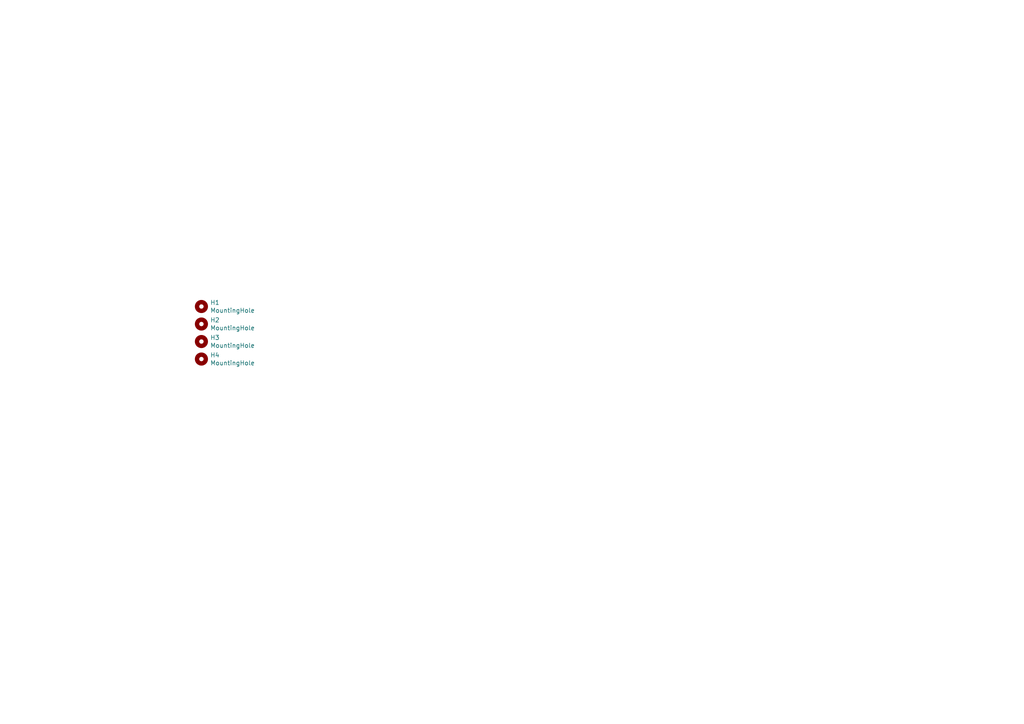
<source format=kicad_sch>
(kicad_sch (version 20210126) (generator eeschema)
  (paper "A4")
  (lib_symbols
    (symbol "Mechanical:MountingHole" (pin_names (offset 1.016))
      (property "Reference" "H" (at 0 5.08 0))
      (property "Value" "MountingHole" (at 0 3.175 0))
      (symbol "MountingHole_0_1"
        (circle (center 0 0) (radius 1.27) (stroke (width 1.27)))
      )
    )
  )
  (symbol (lib_id "Mechanical:MountingHole") (at 58.42 88.9 0) (unit 1)
    (property "Reference" "H1" (at 60.9601 87.7506 0) (effects (justify left)))
    (property "Value" "MountingHole" (at 60.9601 90.0493 0) (effects (justify left)))
    (property "Footprint" "MountingHole:MountingHole_2.2mm_M2" (effects hide))
  )
  (symbol (lib_id "Mechanical:MountingHole") (at 58.42 93.98 0) (unit 1)
    (property "Reference" "H2" (at 60.9601 92.8306 0) (effects (justify left)))
    (property "Value" "MountingHole" (at 60.9601 95.1293 0) (effects (justify left)))
    (property "Footprint" "MountingHole:MountingHole_2.2mm_M2" (effects hide))
  )
  (symbol (lib_id "Mechanical:MountingHole") (at 58.42 99.06 0) (unit 1)
    (property "Reference" "H3" (at 60.9601 97.9106 0) (effects (justify left)))
    (property "Value" "MountingHole" (at 60.9601 100.2093 0) (effects (justify left)))
    (property "Footprint" "MountingHole:MountingHole_2.2mm_M2" (effects hide))
  )
  (symbol (lib_id "Mechanical:MountingHole") (at 58.42 104.14 0) (unit 1)
    (property "Reference" "H4" (at 60.9601 102.9906 0) (effects (justify left)))
    (property "Value" "MountingHole" (at 60.9601 105.2893 0) (effects (justify left)))
    (property "Footprint" "MountingHole:MountingHole_2.2mm_M2" (effects hide))
  )
)
</source>
